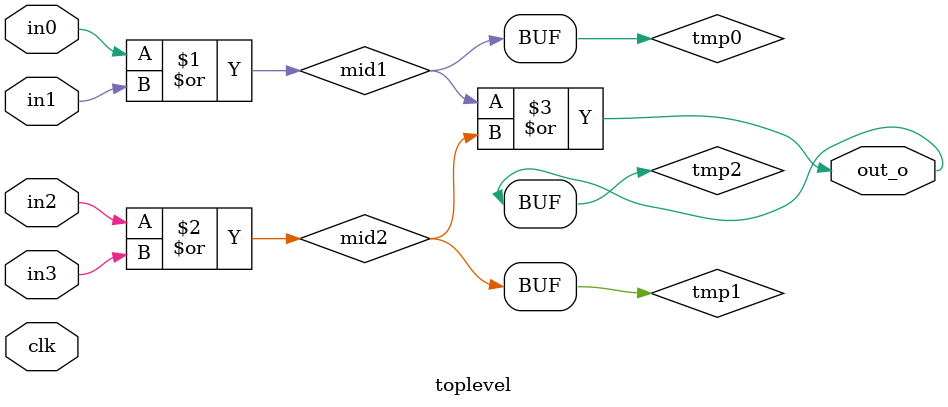
<source format=v>

module toplevel(clk, in0, in1, in2, in3, out_o);
    input clk;
    input in0;
    input in1;
    input in2;
    input in3;
    output out_o;

    wire mid1;
    wire mid2;
    wire tmp0;
    wire tmp1;
    wire tmp2;

    // Combinational
    assign mid1 = tmp0;
    assign mid2 = tmp1;
    assign out_o = tmp2;
    assign tmp0 = in0 | in1;
    assign tmp1 = in2 | in3;
    assign tmp2 = mid1 | mid2;

endmodule


</source>
